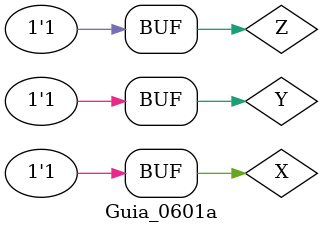
<source format=v>
/*
 Guia_0602a.v - v0.0. - 28 / 08 / 2022
 Autor    : Gabriel Vargas Bento de Souza
 Matricula: 778023
 */

/* 
 Produto das somas
               ____
F(X, Y, Z) =   | |  M (4, 5, 7) = PoS(4, 5, 7)
*/

/**
 PoS (4, 5, 7) = X'+Y+Z . X'+Y+Z' . X'+Y'+Z'
 */
module PoS (output S,
            input  X, Y, Z);
   assign S = (~X |  Y |  Z)  // 4  
            & (~X |  Y | ~Z)  // 5
            & (~X | ~Y | ~Z); // 7
endmodule // PoS 

/**
 PoS(4,5,7)_Simplificado = X'+Y . X'+Z'
 */
module PoS_simple (output S,
                   input  X, Y, Z);
   assign S = (~X |  Y)
            & (~X | ~Z);
endmodule // PoS_simple

/**
  Guia_0602a.v
 */
module Guia_0601a;
   reg  X, Y, Z;
   wire S1, S2;
   
   // instancias
   PoS        POS1 (S1, X, Y, Z);
   PoS_simple POS2 (S2, X, Y, Z);
   
   // valores iniciais
   initial begin: start
      X=1'bx; Y=1'bx; Z=1'bx;
   end

   // parte principal
   initial begin: main
       $display("Gabriel Vargas Bento de Souza - 778023");
       $display("Guia_06");
       $display("\n02.a) PoS (4, 5, 7)\n");

       // monitoramento
       $display(" X  Y  Z  S1  S2");
       $monitor("%2b %2b %2b %2b %3b", X,  Y,  Z,  S1, S2);

       // sinalizacao
          X=0; Y=0; Z=0;
       #1           Z=1;
       #1      Y=1; Z=0;
       #1           Z=1;
       #1 X=1; Y=0; Z=0;
       #1           Z=1;
       #1      Y=1; Z=0;
       #1           Z=1;
   end
endmodule // Guia_0602a

/*
C:\Users\Gabriel\Desktop\CC-PUC\2Periodo\ARQ1\Tarefas\Guia06>vvp Guia_0602a.vvp
Gabriel Vargas Bento de Souza - 778023
Guia_06

02.a) PoS (4, 5, 7)

 X  Y  Z  S1  S2
 0  0  0  1   1
 0  0  1  1   1
 0  1  0  1   1
 0  1  1  1   1
 1  0  0  0   0
 1  0  1  0   0
 1  1  0  1   1
 1  1  1  0   0
*/
</source>
